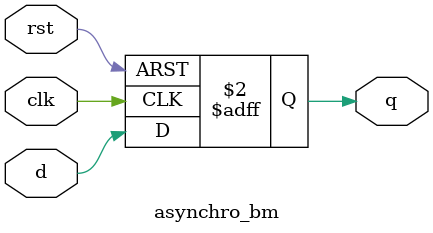
<source format=v>
module asynchro_bm (input clk,d,rst,output reg q );
	always @ (posedge clk,posedge rst)
	begin
		if(rst)
			q<=1'b0;
		else
			q<=d;
	end	
endmodule 
</source>
